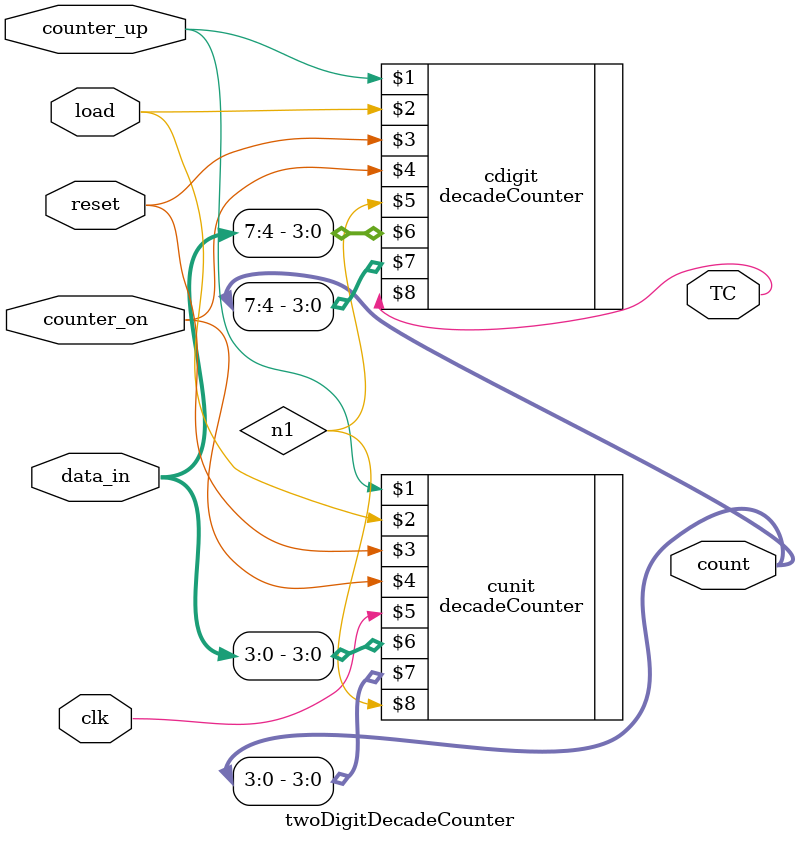
<source format=v>
module twoDigitDecadeCounter(input counter_up,
input load,
input reset,
input counter_on,
input clk,
input [7:0] data_in,
output [7:0] count,
output TC);
wire n1;
decadeCounter cunit(counter_up,
 load,
 reset,
 counter_on,
 clk,
 data_in[3:0],
 count[3:0],
 n1);
decadeCounter cdigit(counter_up,
 load,
 reset,
 counter_on,
 n1,
 data_in[7:4],
 count[7:4],
 TC);
endmodule
</source>
